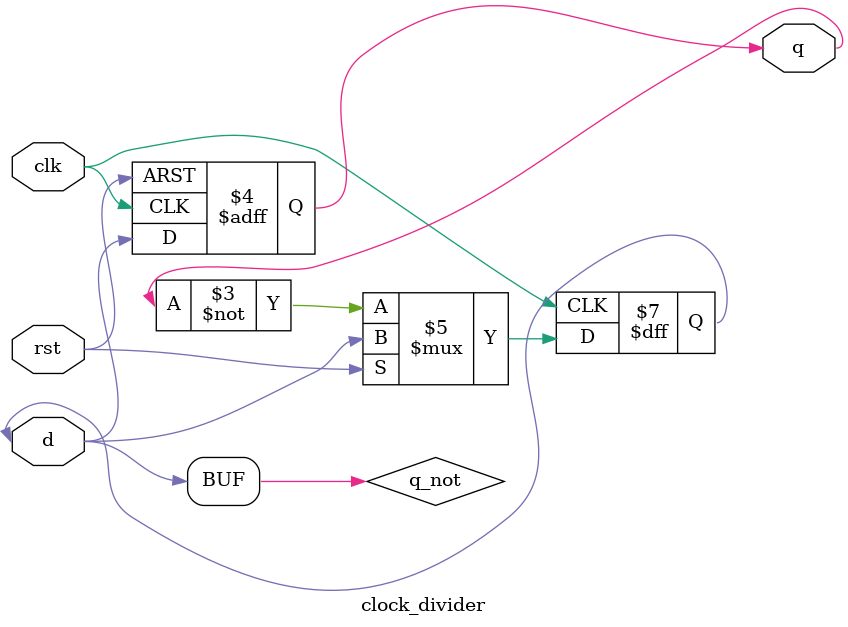
<source format=v>
module clock_divider(input d,clk,rst, output reg q);

reg q_not;
assign d=q_not;
always@(posedge clk,posedge rst)begin
    if(rst==1'b1)begin
        q<=1'b0;
    end
    else begin
        q<=d;
        q_not=~q;
    end
 end

endmodule
</source>
